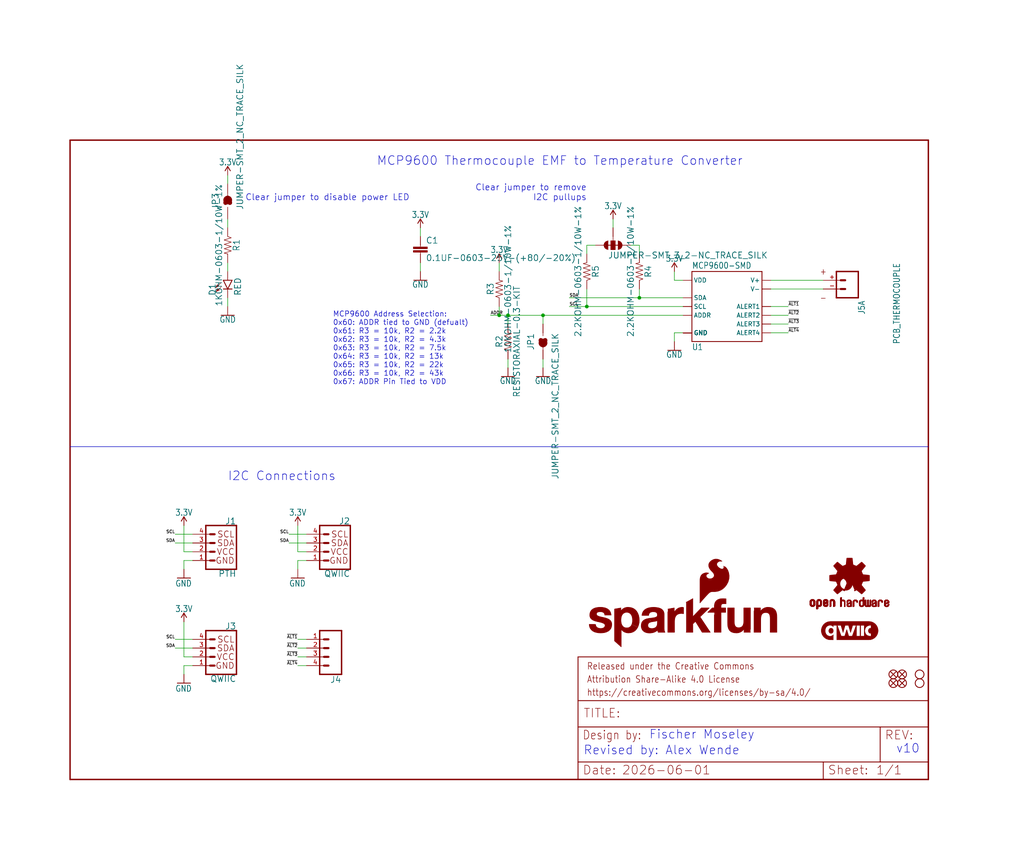
<source format=kicad_sch>
(kicad_sch (version 20230121) (generator eeschema)
  (paper "User" 297.002 245.974)
  (lib_symbols
    (symbol "SparkFun_Qwiic_Thermocouple_Amplifier_PCC-eagle-import:0.1UF-0603-25V-(+80/-20%)"
      (property "Reference" "C" (at 1.524 2.921 0))
      (symbol "0.1UF-0603-25V-(+80/-20%)_1_0"
        (pin passive line (at 0 5.08 270) (length 2.54) (name "1") (number "1"))
        (pin passive line (at 0 -2.54 90) (length 2.54) (name "2") (number "2"))
      )
    )
    (symbol "SparkFun_Qwiic_Thermocouple_Amplifier_PCC-eagle-import:10KOHM-0603-1/10W-1%"
      (property "Reference" "R" (at 0 1.524 0))
      (symbol "10KOHM-0603-1/10W-1%_1_0"
        (pin passive line (at -5.08 0 0) (length 2.54) (name "1") (number "1"))
        (pin passive line (at 5.08 0 180) (length 2.54) (name "2") (number "2"))
      )
    )
    (symbol "SparkFun_Qwiic_Thermocouple_Amplifier_PCC-eagle-import:1KOHM-0603-1/10W-1%"
      (property "Reference" "R" (at 0 1.524 0))
      (symbol "1KOHM-0603-1/10W-1%_1_0"
        (pin passive line (at -5.08 0 0) (length 2.54) (name "1") (number "1"))
        (pin passive line (at 5.08 0 180) (length 2.54) (name "2") (number "2"))
      )
    )
    (symbol "SparkFun_Qwiic_Thermocouple_Amplifier_PCC-eagle-import:2.2KOHM-0603-1/10W-1%"
      (property "Reference" "R" (at 0 1.524 0))
      (symbol "2.2KOHM-0603-1/10W-1%_1_0"
        (pin passive line (at -5.08 0 0) (length 2.54) (name "1") (number "1"))
        (pin passive line (at 5.08 0 180) (length 2.54) (name "2") (number "2"))
      )
    )
    (symbol "SparkFun_Qwiic_Thermocouple_Amplifier_PCC-eagle-import:CONN_041X04_NO_SILK"
      (property "Reference" "J" (at -5.08 8.128 0))
      (symbol "CONN_041X04_NO_SILK_1_0"
        (pin passive line (at 5.08 -2.54 180) (length 5.08) (name "1") (number "1"))
        (pin passive line (at 5.08 0 180) (length 5.08) (name "2") (number "2"))
        (pin passive line (at 5.08 2.54 180) (length 5.08) (name "3") (number "3"))
        (pin passive line (at 5.08 5.08 180) (length 5.08) (name "4") (number "4"))
      )
    )
    (symbol "SparkFun_Qwiic_Thermocouple_Amplifier_PCC-eagle-import:FIDUCIALUFIDUCIAL")
    (symbol "SparkFun_Qwiic_Thermocouple_Amplifier_PCC-eagle-import:FRAME-LETTER"
      (symbol "FRAME-LETTER_2_0"
        (text "${#}/${##}" (at 86.36 1.27 0) (effects (font (size 2.54 2.54)) (justify left bottom)))
        (text "${CURRENT_DATE}" (at 12.7 1.27 0) (effects (font (size 2.54 2.54)) (justify left bottom)))
        (text "${PROJECTNAME}" (at 15.494 17.78 0) (effects (font (size 2.7432 2.7432)) (justify left bottom)))
        (text "Attribution Share-Alike 4.0 License" (at 2.54 27.94 0) (effects (font (size 1.9304 1.6408)) (justify left bottom)))
        (text "Date:" (at 1.27 1.27 0) (effects (font (size 2.54 2.54)) (justify left bottom)))
        (text "Design by:" (at 1.27 11.43 0) (effects (font (size 2.54 2.159)) (justify left bottom)))
        (text "https://creativecommons.org/licenses/by-sa/4.0/" (at 2.54 24.13 0) (effects (font (size 1.9304 1.6408)) (justify left bottom)))
        (text "Released under the Creative Commons" (at 2.54 31.75 0) (effects (font (size 1.9304 1.6408)) (justify left bottom)))
        (text "REV:" (at 88.9 11.43 0) (effects (font (size 2.54 2.54)) (justify left bottom)))
        (text "Sheet:" (at 72.39 1.27 0) (effects (font (size 2.54 2.54)) (justify left bottom)))
        (text "TITLE:" (at 1.524 17.78 0) (effects (font (size 2.54 2.54)) (justify left bottom)))
      )
    )
    (symbol "SparkFun_Qwiic_Thermocouple_Amplifier_PCC-eagle-import:I2C_STANDARD_NO_SILK"
      (property "Reference" "J" (at -5.08 7.874 0))
      (symbol "I2C_STANDARD_NO_SILK_1_0"
        (text "GND" (at -4.572 -2.54 0) (effects (font (size 1.778 1.778)) (justify left)))
        (text "SCL" (at -4.572 5.08 0) (effects (font (size 1.778 1.778)) (justify left)))
        (text "SDA" (at -4.572 2.54 0) (effects (font (size 1.778 1.778)) (justify left)))
        (text "VCC" (at -4.572 0 0) (effects (font (size 1.778 1.778)) (justify left)))
        (pin power_in line (at 7.62 -2.54 180) (length 5.08) (name "1") (number "1"))
        (pin power_in line (at 7.62 0 180) (length 5.08) (name "2") (number "2"))
        (pin passive line (at 7.62 2.54 180) (length 5.08) (name "3") (number "3"))
        (pin passive line (at 7.62 5.08 180) (length 5.08) (name "4") (number "4"))
      )
    )
    (symbol "SparkFun_Qwiic_Thermocouple_Amplifier_PCC-eagle-import:JUMPER-SMT_2_NC_TRACE_SILK"
      (property "Reference" "JP" (at -2.54 2.54 0))
      (symbol "JUMPER-SMT_2_NC_TRACE_SILK_1_0"
        (pin passive line (at -5.08 0 0) (length 2.54) (name "1") (number "1"))
        (pin passive line (at 5.08 0 180) (length 2.54) (name "2") (number "2"))
      )
    )
    (symbol "SparkFun_Qwiic_Thermocouple_Amplifier_PCC-eagle-import:JUMPER-SMT_3_2-NC_TRACE_SILK"
      (property "Reference" "JP" (at 2.54 0.381 0))
      (symbol "JUMPER-SMT_3_2-NC_TRACE_SILK_1_0"
        (pin passive line (at 0 5.08 270) (length 2.54) (name "1") (number "1"))
        (pin passive line (at -5.08 0 0) (length 2.54) (name "2") (number "2"))
        (pin passive line (at 0 -5.08 90) (length 2.54) (name "3") (number "3"))
      )
    )
    (symbol "SparkFun_Qwiic_Thermocouple_Amplifier_PCC-eagle-import:LED-RED0603"
      (property "Reference" "D" (at -3.429 -4.572 90))
      (symbol "LED-RED0603_1_0"
        (pin passive line (at 0 2.54 270) (length 2.54) (name "A") (number "A"))
        (pin passive line (at 0 -5.08 90) (length 2.54) (name "C") (number "C"))
      )
    )
    (symbol "SparkFun_Qwiic_Thermocouple_Amplifier_PCC-eagle-import:MCP9600-SMD"
      (property "Reference" "U" (at -10.414 10.668 0))
      (symbol "MCP9600-SMD_1_0"
        (pin bidirectional line (at -12.7 -7.62 0) (length 2.54) (name "GND") (number "1"))
        (pin bidirectional line (at -12.7 -7.62 0) (length 2.54) (name "GND") (number "10"))
        (pin bidirectional line (at 12.7 0 180) (length 2.54) (name "ALERT1") (number "11"))
        (pin bidirectional line (at 12.7 -2.54 180) (length 2.54) (name "ALERT2") (number "12"))
        (pin bidirectional line (at -12.7 -7.62 0) (length 2.54) (name "GND") (number "13"))
        (pin bidirectional line (at 12.7 -5.08 180) (length 2.54) (name "ALERT3") (number "14"))
        (pin bidirectional line (at 12.7 -7.62 180) (length 2.54) (name "ALERT4") (number "15"))
        (pin bidirectional line (at -12.7 -2.54 0) (length 2.54) (name "ADDR") (number "16"))
        (pin bidirectional line (at -12.7 -7.62 0) (length 2.54) (name "GND") (number "17"))
        (pin bidirectional line (at -12.7 -7.62 0) (length 2.54) (name "GND") (number "18"))
        (pin bidirectional line (at -12.7 0 0) (length 2.54) (name "SCL") (number "19"))
        (pin bidirectional line (at 12.7 7.62 180) (length 2.54) (name "V+") (number "2"))
        (pin bidirectional line (at -12.7 2.54 0) (length 2.54) (name "SDA") (number "20"))
        (pin bidirectional line (at -12.7 -7.62 0) (length 2.54) (name "GND") (number "21"))
        (pin bidirectional line (at -12.7 -7.62 0) (length 2.54) (name "GND") (number "3"))
        (pin bidirectional line (at 12.7 5.08 180) (length 2.54) (name "V-") (number "4"))
        (pin bidirectional line (at -12.7 -7.62 0) (length 2.54) (name "GND") (number "5"))
        (pin bidirectional line (at -12.7 -7.62 0) (length 2.54) (name "GND") (number "6"))
        (pin bidirectional line (at -12.7 -7.62 0) (length 2.54) (name "GND") (number "7"))
        (pin bidirectional line (at -12.7 7.62 0) (length 2.54) (name "VDD") (number "8"))
        (pin bidirectional line (at -12.7 -7.62 0) (length 2.54) (name "GND") (number "9"))
      )
    )
    (symbol "SparkFun_Qwiic_Thermocouple_Amplifier_PCC-eagle-import:OSHW-LOGOMINI")
    (symbol "SparkFun_Qwiic_Thermocouple_Amplifier_PCC-eagle-import:PCB_THERMOCOUPLE"
      (property "Reference" "JP" (at -1.27 0 90))
      (symbol "PCB_THERMOCOUPLE_1_0"
        (text "+" (at 5.08 -5.08 0) (effects (font (size 1.778 1.5113))))
        (text "-" (at 5.08 2.54 0) (effects (font (size 1.778 1.5113))))
        (pin passive line (at 5.08 -2.54 180) (length 5.08) (name "+") (number "+"))
        (pin passive line (at 5.08 0 180) (length 5.08) (name "-") (number "-"))
      )
      (symbol "PCB_THERMOCOUPLE_2_0"
        (pin passive line (at 0 -2.54 90) (length 2.54) (name "1") (number "CLIP1"))
        (pin passive line (at 2.54 -2.54 90) (length 2.54) (name "2") (number "CLIP2"))
      )
    )
    (symbol "SparkFun_Qwiic_Thermocouple_Amplifier_PCC-eagle-import:QWIIC_CONNECTORJS-1MM"
      (property "Reference" "J" (at -5.08 7.874 0))
      (symbol "QWIIC_CONNECTORJS-1MM_1_0"
        (text "GND" (at -4.572 -2.54 0) (effects (font (size 1.778 1.778)) (justify left)))
        (text "SCL" (at -4.572 5.08 0) (effects (font (size 1.778 1.778)) (justify left)))
        (text "SDA" (at -4.572 2.54 0) (effects (font (size 1.778 1.778)) (justify left)))
        (text "VCC" (at -4.572 0 0) (effects (font (size 1.778 1.778)) (justify left)))
        (pin power_in line (at 7.62 -2.54 180) (length 5.08) (name "1") (number "1"))
        (pin power_in line (at 7.62 0 180) (length 5.08) (name "2") (number "2"))
        (pin passive line (at 7.62 2.54 180) (length 5.08) (name "3") (number "3"))
        (pin passive line (at 7.62 5.08 180) (length 5.08) (name "4") (number "4"))
      )
    )
    (symbol "SparkFun_Qwiic_Thermocouple_Amplifier_PCC-eagle-import:QWIIC_LOGO_5MM")
    (symbol "SparkFun_Qwiic_Thermocouple_Amplifier_PCC-eagle-import:RESISTORAXIAL-0.3-KIT"
      (property "Reference" "R" (at 0 1.524 0))
      (symbol "RESISTORAXIAL-0.3-KIT_1_0"
        (pin passive line (at -5.08 0 0) (length 2.54) (name "1") (number "P$1"))
        (pin passive line (at 5.08 0 180) (length 2.54) (name "2") (number "P$2"))
      )
    )
    (symbol "SparkFun_Qwiic_Thermocouple_Amplifier_PCC-eagle-import:SFE_LOGO_NAME_FLAME.1_INCH")
    (symbol "SparkFun_Qwiic_Thermocouple_Amplifier_PCC-eagle-import:STAND-OFF")
    (symbol "SparkFun_Qwiic_Thermocouple_Amplifier_PCC-eagle-import:SparkFun-PowerSymbols_3.3V" (power)
      (property "Value" "SparkFun-PowerSymbols_3.3V" (at 0 2.794 0))
      (symbol "SparkFun-PowerSymbols_3.3V_1_0"
        (pin power_in line (at 0 0 90) (length 2.54) (name "3.3V") (number "1"))
      )
    )
    (symbol "SparkFun_Qwiic_Thermocouple_Amplifier_PCC-eagle-import:SparkFun-PowerSymbols_GND" (power)
      (property "Value" "SparkFun-PowerSymbols_GND" (at 0 -0.254 0))
      (symbol "SparkFun-PowerSymbols_GND_1_0"
        (pin power_in line (at 0 2.54 270) (length 2.54) (name "GND") (number "1"))
      )
    )
    (symbol "SparkFun_Qwiic_Thermocouple_Amplifier_PCC-eagle-import:SparkFun_GND" (power)
      (property "Value" "SparkFun_GND" (at -2.54 -2.54 0))
      (symbol "SparkFun_GND_1_0"
        (pin power_in line (at 0 2.54 270) (length 2.54) (name "GND") (number "1"))
      )
    )
  )
  (junction (at 170.18 88.9))
  (junction (at 147.32 91.44))
  (junction (at 185.42 86.36))
  (junction (at 157.48 91.44))
  (junction (at 144.78 91.44))
  (wire (pts (xy 223.52 96.52) (xy 228.6 96.52)) (stroke (width 0.1524)))
  (wire (pts (xy 53.34 152.4) (xy 53.34 160.02)) (stroke (width 0.1524)))
  (wire (pts (xy 223.52 81.28) (xy 238.76 81.28)) (stroke (width 0.1524)))
  (wire (pts (xy 185.42 86.36) (xy 198.12 86.36)) (stroke (width 0.1524)))
  (wire (pts (xy 83.82 157.48) (xy 88.9 157.48)) (stroke (width 0.1524)))
  (wire (pts (xy 88.9 187.96) (xy 86.36 187.96)) (stroke (width 0.1524)))
  (wire (pts (xy 121.92 68.58) (xy 121.92 66.04)) (stroke (width 0.1524)))
  (wire (pts (xy 147.32 104.14) (xy 147.32 106.68)) (stroke (width 0.1524)))
  (wire (pts (xy 53.34 180.34) (xy 53.34 190.5)) (stroke (width 0.1524)))
  (wire (pts (xy 165.1 86.36) (xy 185.42 86.36)) (stroke (width 0.1524)))
  (wire (pts (xy 157.48 104.14) (xy 157.48 106.68)) (stroke (width 0.1524)))
  (wire (pts (xy 185.42 86.36) (xy 185.42 83.82)) (stroke (width 0.1524)))
  (wire (pts (xy 53.34 165.1) (xy 53.34 162.56)) (stroke (width 0.1524)))
  (wire (pts (xy 147.32 91.44) (xy 147.32 93.98)) (stroke (width 0.1524)))
  (wire (pts (xy 53.34 193.04) (xy 55.88 193.04)) (stroke (width 0.1524)))
  (wire (pts (xy 66.04 86.36) (xy 66.04 88.9)) (stroke (width 0.1524)))
  (wire (pts (xy 157.48 91.44) (xy 198.12 91.44)) (stroke (width 0.1524)))
  (wire (pts (xy 157.48 91.44) (xy 147.32 91.44)) (stroke (width 0.1524)))
  (wire (pts (xy 88.9 193.04) (xy 86.36 193.04)) (stroke (width 0.1524)))
  (wire (pts (xy 55.88 154.94) (xy 50.8 154.94)) (stroke (width 0.1524)))
  (wire (pts (xy 86.36 165.1) (xy 86.36 162.56)) (stroke (width 0.1524)))
  (wire (pts (xy 185.42 73.66) (xy 185.42 71.12)) (stroke (width 0.1524)))
  (wire (pts (xy 83.82 154.94) (xy 88.9 154.94)) (stroke (width 0.1524)))
  (wire (pts (xy 86.36 160.02) (xy 88.9 160.02)) (stroke (width 0.1524)))
  (wire (pts (xy 165.1 88.9) (xy 170.18 88.9)) (stroke (width 0.1524)))
  (wire (pts (xy 177.8 66.04) (xy 177.8 63.5)) (stroke (width 0.1524)))
  (wire (pts (xy 86.36 162.56) (xy 88.9 162.56)) (stroke (width 0.1524)))
  (wire (pts (xy 53.34 190.5) (xy 55.88 190.5)) (stroke (width 0.1524)))
  (wire (pts (xy 53.34 195.58) (xy 53.34 193.04)) (stroke (width 0.1524)))
  (wire (pts (xy 144.78 76.2) (xy 144.78 78.74)) (stroke (width 0.1524)))
  (wire (pts (xy 144.78 91.44) (xy 147.32 91.44)) (stroke (width 0.1524)))
  (wire (pts (xy 172.72 71.12) (xy 170.18 71.12)) (stroke (width 0.1524)))
  (wire (pts (xy 223.52 83.82) (xy 238.76 83.82)) (stroke (width 0.1524)))
  (wire (pts (xy 88.9 190.5) (xy 86.36 190.5)) (stroke (width 0.1524)))
  (wire (pts (xy 66.04 63.5) (xy 66.04 66.04)) (stroke (width 0.1524)))
  (wire (pts (xy 144.78 91.44) (xy 142.24 91.44)) (stroke (width 0.1524)))
  (wire (pts (xy 55.88 187.96) (xy 50.8 187.96)) (stroke (width 0.1524)))
  (polyline (pts (xy 20.32 129.54) (xy 269.24 129.54)) (stroke (width 0.1524) (type solid)))
  (wire (pts (xy 53.34 160.02) (xy 55.88 160.02)) (stroke (width 0.1524)))
  (wire (pts (xy 223.52 88.9) (xy 228.6 88.9)) (stroke (width 0.1524)))
  (wire (pts (xy 66.04 76.2) (xy 66.04 78.74)) (stroke (width 0.1524)))
  (wire (pts (xy 195.58 96.52) (xy 198.12 96.52)) (stroke (width 0.1524)))
  (wire (pts (xy 88.9 185.42) (xy 86.36 185.42)) (stroke (width 0.1524)))
  (wire (pts (xy 223.52 93.98) (xy 228.6 93.98)) (stroke (width 0.1524)))
  (wire (pts (xy 185.42 71.12) (xy 182.88 71.12)) (stroke (width 0.1524)))
  (wire (pts (xy 50.8 157.48) (xy 55.88 157.48)) (stroke (width 0.1524)))
  (wire (pts (xy 195.58 78.74) (xy 195.58 81.28)) (stroke (width 0.1524)))
  (wire (pts (xy 195.58 81.28) (xy 198.12 81.28)) (stroke (width 0.1524)))
  (wire (pts (xy 157.48 93.98) (xy 157.48 91.44)) (stroke (width 0.1524)))
  (wire (pts (xy 50.8 185.42) (xy 55.88 185.42)) (stroke (width 0.1524)))
  (wire (pts (xy 170.18 73.66) (xy 170.18 71.12)) (stroke (width 0.1524)))
  (wire (pts (xy 121.92 76.2) (xy 121.92 78.74)) (stroke (width 0.1524)))
  (wire (pts (xy 170.18 88.9) (xy 170.18 83.82)) (stroke (width 0.1524)))
  (wire (pts (xy 170.18 88.9) (xy 198.12 88.9)) (stroke (width 0.1524)))
  (wire (pts (xy 195.58 99.06) (xy 195.58 96.52)) (stroke (width 0.1524)))
  (wire (pts (xy 223.52 91.44) (xy 228.6 91.44)) (stroke (width 0.1524)))
  (wire (pts (xy 66.04 53.34) (xy 66.04 50.8)) (stroke (width 0.1524)))
  (wire (pts (xy 86.36 152.4) (xy 86.36 160.02)) (stroke (width 0.1524)))
  (wire (pts (xy 53.34 162.56) (xy 55.88 162.56)) (stroke (width 0.1524)))
  (wire (pts (xy 144.78 88.9) (xy 144.78 91.44)) (stroke (width 0.1524)))
  (text "MCP9600 Thermocouple EMF to Temperature Converter" (at 109.22 48.26 0) (effects (font (size 2.54 2.54)) (justify left bottom)))
  (text "I2C Connections" (at 66.04 139.7 0) (effects (font (size 2.54 2.54)) (justify left bottom)))
  (text "Revised by: Alex Wende" (at 169.164 219.202 0) (effects (font (size 2.54 2.54)) (justify left bottom)))
  (text "MCP9600 Address Selection:\n0x60: ADDR tied to GND (defualt)\n0x61: R3 = 10k, R2 = 2.2k\n0x62: R3 = 10k, R2 = 4.3k\n0x63: R3 = 10k, R2 = 7.5k\n0x64: R3 = 10k, R2 = 13k\n0x65: R3 = 10k, R2 = 22k\n0x66: R3 = 10k, R2 = 43k\n0x67: ADDR Pin Tied to VDD" (at 96.52 111.76 0) (effects (font (size 1.524 1.524)) (justify left bottom)))
  (text "Clear jumper to disable power LED" (at 71.12 58.42 0) (effects (font (size 1.778 1.778)) (justify left bottom)))
  (text "Clear jumper to remove\nI2C pullups" (at 170.18 58.42 0) (effects (font (size 1.778 1.778)) (justify right bottom)))
  (text "Fischer Moseley" (at 188.214 214.63 0) (effects (font (size 2.54 2.54)) (justify left bottom)))
  (text "v10" (at 259.842 218.694 0) (effects (font (size 2.54 2.54)) (justify left bottom)))
  (label "ADDR" (at 142.24 91.44 0) (effects (font (size 0.889 0.889))))
  (label "~{ALT2}" (at 228.6 91.44 0) (effects (font (size 0.889 0.889))))
  (label "~{ALT4}" (at 228.6 96.52 0) (effects (font (size 0.889 0.889))))
  (label "SDA" (at 83.82 157.48 180) (effects (font (size 0.889 0.889))))
  (label "~{ALT1}" (at 228.6 88.9 0) (effects (font (size 0.889 0.889))))
  (label "SCL" (at 83.82 154.94 180) (effects (font (size 0.889 0.889))))
  (label "~{ALT2}" (at 86.36 187.96 180) (effects (font (size 0.889 0.889))))
  (label "~{ALT4}" (at 86.36 193.04 180) (effects (font (size 0.889 0.889))))
  (label "SCL" (at 165.1 88.9 0) (effects (font (size 0.889 0.889))))
  (label "~{ALT3}" (at 86.36 190.5 180) (effects (font (size 0.889 0.889))))
  (label "~{ALT3}" (at 228.6 93.98 0) (effects (font (size 0.889 0.889))))
  (label "SDA" (at 165.1 86.36 0) (effects (font (size 0.889 0.889))))
  (label "SCL" (at 50.8 185.42 180) (effects (font (size 0.889 0.889))))
  (label "~{ALT1}" (at 86.36 185.42 180) (effects (font (size 0.889 0.889))))
  (label "SDA" (at 50.8 187.96 180) (effects (font (size 0.889 0.889))))
  (label "SCL" (at 50.8 154.94 180) (effects (font (size 0.889 0.889))))
  (label "SDA" (at 50.8 157.48 180) (effects (font (size 0.889 0.889))))
  (symbol (lib_id "SparkFun_Qwiic_Thermocouple_Amplifier_PCC-eagle-import:SparkFun_GND") (at 53.34 198.12 0) (unit 1)
    (property "Reference" "#GND6" (effects hide))
    (property "Value" "GND" (at 50.8 200.66 0) (effects (font (size 1.778 1.5113)) (justify left bottom)))
  )
  (symbol (lib_id "SparkFun_Qwiic_Thermocouple_Amplifier_PCC-eagle-import:2.2KOHM-0603-1/10W-1%") (at 170.18 78.74 270) (mirror x) (unit 1)
    (property "Reference" "R5" (at 171.704 78.74 0) (effects (font (size 1.778 1.778)) (justify bottom)))
    (property "Value" "2.2KOHM-0603-1/10W-1%" (at 168.656 78.74 0) (effects (font (size 1.778 1.778)) (justify top)))
    (property "Footprint" "SparkFun_Qwiic_Thermocouple_Amplifier_PCC:0603" (effects hide))
  )
  (symbol (lib_id "SparkFun_Qwiic_Thermocouple_Amplifier_PCC-eagle-import:SparkFun-PowerSymbols_3.3V") (at 86.36 152.4 0) (unit 1)
    (property "Reference" "#SUPPLY7" (effects hide))
    (property "Value" "3.3V" (at 86.36 149.606 0) (effects (font (size 1.778 1.5113)) (justify bottom)))
  )
  (symbol (lib_id "SparkFun_Qwiic_Thermocouple_Amplifier_PCC-eagle-import:SparkFun-PowerSymbols_3.3V") (at 144.78 76.2 0) (mirror y) (unit 1)
    (property "Reference" "#SUPPLY2" (effects hide))
    (property "Value" "3.3V" (at 144.78 73.406 0) (effects (font (size 1.778 1.5113)) (justify bottom)))
  )
  (symbol (lib_id "SparkFun_Qwiic_Thermocouple_Amplifier_PCC-eagle-import:FRAME-LETTER") (at 167.64 226.06 0) (unit 2)
    (property "Reference" "FRAME1" (effects hide))
    (property "Value" "FRAME-LETTER" (effects hide))
    (property "Footprint" "SparkFun_Qwiic_Thermocouple_Amplifier_PCC:CREATIVE_COMMONS" (effects hide))
  )
  (symbol (lib_id "SparkFun_Qwiic_Thermocouple_Amplifier_PCC-eagle-import:JUMPER-SMT_3_2-NC_TRACE_SILK") (at 177.8 71.12 90) (mirror x) (unit 1)
    (property "Reference" "JP2" (effects hide))
    (property "Value" "JUMPER-SMT_3_2-NC_TRACE_SILK" (at 176.276 75.057 90) (effects (font (size 1.778 1.778)) (justify right bottom)))
    (property "Footprint" "SparkFun_Qwiic_Thermocouple_Amplifier_PCC:SMT-JUMPER_3_2-NC_TRACE_SILK" (effects hide))
  )
  (symbol (lib_id "SparkFun_Qwiic_Thermocouple_Amplifier_PCC-eagle-import:FIDUCIALUFIDUCIAL") (at 261.62 198.12 0) (unit 1)
    (property "Reference" "FD2" (effects hide))
    (property "Value" "FIDUCIALUFIDUCIAL" (effects hide))
    (property "Footprint" "SparkFun_Qwiic_Thermocouple_Amplifier_PCC:FIDUCIAL-MICRO" (effects hide))
  )
  (symbol (lib_id "SparkFun_Qwiic_Thermocouple_Amplifier_PCC-eagle-import:MCP9600-SMD") (at 210.82 88.9 0) (unit 1)
    (property "Reference" "U1" (at 200.66 101.6 0) (effects (font (size 1.778 1.5113)) (justify left bottom)))
    (property "Value" "MCP9600-SMD" (at 200.66 77.978 0) (effects (font (size 1.778 1.5113)) (justify left bottom)))
    (property "Footprint" "SparkFun_Qwiic_Thermocouple_Amplifier_PCC:MQFN-20" (effects hide))
  )
  (symbol (lib_id "SparkFun_Qwiic_Thermocouple_Amplifier_PCC-eagle-import:SparkFun-PowerSymbols_GND") (at 121.92 81.28 0) (unit 1)
    (property "Reference" "#GND4" (effects hide))
    (property "Value" "GND" (at 121.92 81.534 0) (effects (font (size 1.778 1.5113)) (justify top)))
  )
  (symbol (lib_id "SparkFun_Qwiic_Thermocouple_Amplifier_PCC-eagle-import:2.2KOHM-0603-1/10W-1%") (at 185.42 78.74 270) (mirror x) (unit 1)
    (property "Reference" "R4" (at 186.944 78.74 0) (effects (font (size 1.778 1.778)) (justify bottom)))
    (property "Value" "2.2KOHM-0603-1/10W-1%" (at 183.896 78.74 0) (effects (font (size 1.778 1.778)) (justify top)))
    (property "Footprint" "SparkFun_Qwiic_Thermocouple_Amplifier_PCC:0603" (effects hide))
  )
  (symbol (lib_id "SparkFun_Qwiic_Thermocouple_Amplifier_PCC-eagle-import:1KOHM-0603-1/10W-1%") (at 66.04 71.12 270) (unit 1)
    (property "Reference" "R1" (at 67.564 71.12 0) (effects (font (size 1.778 1.778)) (justify bottom)))
    (property "Value" "1KOHM-0603-1/10W-1%" (at 64.516 71.12 0) (effects (font (size 1.778 1.778)) (justify top)))
    (property "Footprint" "SparkFun_Qwiic_Thermocouple_Amplifier_PCC:0603" (effects hide))
  )
  (symbol (lib_id "SparkFun_Qwiic_Thermocouple_Amplifier_PCC-eagle-import:QWIIC_CONNECTORJS-1MM") (at 96.52 160.02 0) (mirror y) (unit 1)
    (property "Reference" "J2" (at 101.6 152.146 0) (effects (font (size 1.778 1.778)) (justify left bottom)))
    (property "Value" "QWIIC" (at 101.6 165.354 0) (effects (font (size 1.778 1.778)) (justify left top)))
    (property "Footprint" "SparkFun_Qwiic_Thermocouple_Amplifier_PCC:JST04_1MM_RA" (effects hide))
  )
  (symbol (lib_id "SparkFun_Qwiic_Thermocouple_Amplifier_PCC-eagle-import:FIDUCIALUFIDUCIAL") (at 259.08 198.12 0) (unit 1)
    (property "Reference" "FD3" (effects hide))
    (property "Value" "FIDUCIALUFIDUCIAL" (effects hide))
    (property "Footprint" "SparkFun_Qwiic_Thermocouple_Amplifier_PCC:FIDUCIAL-MICRO" (effects hide))
  )
  (symbol (lib_id "SparkFun_Qwiic_Thermocouple_Amplifier_PCC-eagle-import:STAND-OFF") (at 266.7 198.12 0) (unit 1)
    (property "Reference" "JP9" (effects hide))
    (property "Value" "STAND-OFF" (effects hide))
    (property "Footprint" "SparkFun_Qwiic_Thermocouple_Amplifier_PCC:STAND-OFF" (effects hide))
  )
  (symbol (lib_id "SparkFun_Qwiic_Thermocouple_Amplifier_PCC-eagle-import:RESISTORAXIAL-0.3-KIT") (at 147.32 99.06 90) (unit 1)
    (property "Reference" "R2" (at 145.796 99.06 0) (effects (font (size 1.778 1.778)) (justify bottom)))
    (property "Value" "RESISTORAXIAL-0.3-KIT" (at 148.844 99.06 0) (effects (font (size 1.778 1.778)) (justify top)))
    (property "Footprint" "SparkFun_Qwiic_Thermocouple_Amplifier_PCC:AXIAL-0.3-KIT" (effects hide))
  )
  (symbol (lib_id "SparkFun_Qwiic_Thermocouple_Amplifier_PCC-eagle-import:CONN_041X04_NO_SILK") (at 93.98 187.96 180) (unit 1)
    (property "Reference" "J4" (at 99.06 196.088 0) (effects (font (size 1.778 1.778)) (justify left bottom)))
    (property "Value" "CONN_041X04_NO_SILK" (effects hide))
    (property "Footprint" "SparkFun_Qwiic_Thermocouple_Amplifier_PCC:1X04_NO_SILK" (effects hide))
  )
  (symbol (lib_id "SparkFun_Qwiic_Thermocouple_Amplifier_PCC-eagle-import:0.1UF-0603-25V-(+80/-20%)") (at 121.92 73.66 0) (unit 1)
    (property "Reference" "C1" (at 123.444 70.739 0) (effects (font (size 1.778 1.778)) (justify left bottom)))
    (property "Value" "0.1UF-0603-25V-(+80/-20%)" (at 123.444 75.819 0) (effects (font (size 1.778 1.778)) (justify left bottom)))
    (property "Footprint" "SparkFun_Qwiic_Thermocouple_Amplifier_PCC:0603" (effects hide))
  )
  (symbol (lib_id "SparkFun_Qwiic_Thermocouple_Amplifier_PCC-eagle-import:SFE_LOGO_NAME_FLAME.1_INCH") (at 170.18 187.96 0) (unit 1)
    (property "Reference" "LOGO2" (effects hide))
    (property "Value" "SFE_LOGO_NAME_FLAME.1_INCH" (effects hide))
    (property "Footprint" "SparkFun_Qwiic_Thermocouple_Amplifier_PCC:SFE_LOGO_NAME_FLAME_.1" (effects hide))
  )
  (symbol (lib_id "SparkFun_Qwiic_Thermocouple_Amplifier_PCC-eagle-import:SparkFun_GND") (at 53.34 167.64 0) (unit 1)
    (property "Reference" "#GND5" (effects hide))
    (property "Value" "GND" (at 50.8 170.18 0) (effects (font (size 1.778 1.5113)) (justify left bottom)))
  )
  (symbol (lib_id "SparkFun_Qwiic_Thermocouple_Amplifier_PCC-eagle-import:SparkFun-PowerSymbols_3.3V") (at 195.58 78.74 0) (unit 1)
    (property "Reference" "#SUPPLY6" (effects hide))
    (property "Value" "3.3V" (at 195.58 75.946 0) (effects (font (size 1.778 1.5113)) (justify bottom)))
  )
  (symbol (lib_id "SparkFun_Qwiic_Thermocouple_Amplifier_PCC-eagle-import:QWIIC_CONNECTORJS-1MM") (at 63.5 190.5 0) (mirror y) (unit 1)
    (property "Reference" "J3" (at 68.58 182.626 0) (effects (font (size 1.778 1.778)) (justify left bottom)))
    (property "Value" "QWIIC" (at 68.58 195.834 0) (effects (font (size 1.778 1.778)) (justify left top)))
    (property "Footprint" "SparkFun_Qwiic_Thermocouple_Amplifier_PCC:JST04_1MM_RA" (effects hide))
  )
  (symbol (lib_id "SparkFun_Qwiic_Thermocouple_Amplifier_PCC-eagle-import:SparkFun-PowerSymbols_GND") (at 147.32 109.22 0) (mirror y) (unit 1)
    (property "Reference" "#GND3" (effects hide))
    (property "Value" "GND" (at 147.32 109.474 0) (effects (font (size 1.778 1.5113)) (justify top)))
  )
  (symbol (lib_id "SparkFun_Qwiic_Thermocouple_Amplifier_PCC-eagle-import:SparkFun-PowerSymbols_GND") (at 66.04 91.44 0) (unit 1)
    (property "Reference" "#GND1" (effects hide))
    (property "Value" "GND" (at 66.04 91.694 0) (effects (font (size 1.778 1.5113)) (justify top)))
  )
  (symbol (lib_id "SparkFun_Qwiic_Thermocouple_Amplifier_PCC-eagle-import:SparkFun-PowerSymbols_3.3V") (at 121.92 66.04 0) (unit 1)
    (property "Reference" "#SUPPLY5" (effects hide))
    (property "Value" "3.3V" (at 121.92 63.246 0) (effects (font (size 1.778 1.5113)) (justify bottom)))
  )
  (symbol (lib_id "SparkFun_Qwiic_Thermocouple_Amplifier_PCC-eagle-import:SparkFun-PowerSymbols_3.3V") (at 66.04 50.8 0) (unit 1)
    (property "Reference" "#SUPPLY1" (effects hide))
    (property "Value" "3.3V" (at 66.04 48.006 0) (effects (font (size 1.778 1.5113)) (justify bottom)))
  )
  (symbol (lib_id "SparkFun_Qwiic_Thermocouple_Amplifier_PCC-eagle-import:SparkFun-PowerSymbols_3.3V") (at 53.34 152.4 0) (unit 1)
    (property "Reference" "#SUPPLY3" (effects hide))
    (property "Value" "3.3V" (at 53.34 149.606 0) (effects (font (size 1.778 1.5113)) (justify bottom)))
  )
  (symbol (lib_id "SparkFun_Qwiic_Thermocouple_Amplifier_PCC-eagle-import:LED-RED0603") (at 66.04 81.28 0) (unit 1)
    (property "Reference" "D1" (at 62.611 85.852 90) (effects (font (size 1.778 1.778)) (justify left bottom)))
    (property "Value" "RED" (at 67.945 85.852 90) (effects (font (size 1.778 1.778)) (justify left top)))
    (property "Footprint" "SparkFun_Qwiic_Thermocouple_Amplifier_PCC:LED-0603" (effects hide))
  )
  (symbol (lib_id "SparkFun_Qwiic_Thermocouple_Amplifier_PCC-eagle-import:SparkFun-PowerSymbols_3.3V") (at 53.34 180.34 0) (unit 1)
    (property "Reference" "#SUPPLY4" (effects hide))
    (property "Value" "3.3V" (at 53.34 177.546 0) (effects (font (size 1.778 1.5113)) (justify bottom)))
  )
  (symbol (lib_id "SparkFun_Qwiic_Thermocouple_Amplifier_PCC-eagle-import:SparkFun-PowerSymbols_GND") (at 157.48 109.22 0) (mirror y) (unit 1)
    (property "Reference" "#GND8" (effects hide))
    (property "Value" "GND" (at 157.48 109.474 0) (effects (font (size 1.778 1.5113)) (justify top)))
  )
  (symbol (lib_id "SparkFun_Qwiic_Thermocouple_Amplifier_PCC-eagle-import:FIDUCIALUFIDUCIAL") (at 259.08 195.58 0) (unit 1)
    (property "Reference" "FD4" (effects hide))
    (property "Value" "FIDUCIALUFIDUCIAL" (effects hide))
    (property "Footprint" "SparkFun_Qwiic_Thermocouple_Amplifier_PCC:FIDUCIAL-MICRO" (effects hide))
  )
  (symbol (lib_id "SparkFun_Qwiic_Thermocouple_Amplifier_PCC-eagle-import:SparkFun_GND") (at 86.36 167.64 0) (unit 1)
    (property "Reference" "#GND7" (effects hide))
    (property "Value" "GND" (at 83.82 170.18 0) (effects (font (size 1.778 1.5113)) (justify left bottom)))
  )
  (symbol (lib_id "SparkFun_Qwiic_Thermocouple_Amplifier_PCC-eagle-import:PCB_THERMOCOUPLE") (at 243.84 83.82 180) (unit 1)
    (property "Reference" "J5" (at 248.92 87.122 90) (effects (font (size 1.778 1.5113)) (justify left bottom)))
    (property "Value" "PCB_THERMOCOUPLE" (at 259.08 76.2 90) (effects (font (size 1.778 1.5113)) (justify left bottom)))
    (property "Footprint" "SparkFun_Qwiic_Thermocouple_Amplifier_PCC:PCC-SMP" (effects hide))
  )
  (symbol (lib_id "SparkFun_Qwiic_Thermocouple_Amplifier_PCC-eagle-import:QWIIC_LOGO_5MM") (at 246.38 182.88 0) (unit 1)
    (property "Reference" "LOGO3" (effects hide))
    (property "Value" "QWIIC_LOGO_5MM" (effects hide))
    (property "Footprint" "SparkFun_Qwiic_Thermocouple_Amplifier_PCC:QWIIC_5MM" (effects hide))
  )
  (symbol (lib_id "SparkFun_Qwiic_Thermocouple_Amplifier_PCC-eagle-import:I2C_STANDARD_NO_SILK") (at 63.5 160.02 0) (mirror y) (unit 1)
    (property "Reference" "J1" (at 68.58 152.146 0) (effects (font (size 1.778 1.778)) (justify left bottom)))
    (property "Value" "PTH" (at 68.58 165.354 0) (effects (font (size 1.778 1.778)) (justify left top)))
    (property "Footprint" "SparkFun_Qwiic_Thermocouple_Amplifier_PCC:1X04_NO_SILK" (effects hide))
  )
  (symbol (lib_id "SparkFun_Qwiic_Thermocouple_Amplifier_PCC-eagle-import:SparkFun-PowerSymbols_3.3V") (at 177.8 63.5 0) (mirror y) (unit 1)
    (property "Reference" "#SUPPLY9" (effects hide))
    (property "Value" "3.3V" (at 177.8 60.706 0) (effects (font (size 1.778 1.5113)) (justify bottom)))
  )
  (symbol (lib_id "SparkFun_Qwiic_Thermocouple_Amplifier_PCC-eagle-import:JUMPER-SMT_2_NC_TRACE_SILK") (at 157.48 99.06 90) (mirror x) (unit 1)
    (property "Reference" "JP1" (at 154.94 96.52 0) (effects (font (size 1.778 1.778)) (justify left bottom)))
    (property "Value" "JUMPER-SMT_2_NC_TRACE_SILK" (at 160.02 96.52 0) (effects (font (size 1.778 1.778)) (justify left top)))
    (property "Footprint" "SparkFun_Qwiic_Thermocouple_Amplifier_PCC:SMT-JUMPER_2_NC_TRACE_SILK" (effects hide))
  )
  (symbol (lib_id "SparkFun_Qwiic_Thermocouple_Amplifier_PCC-eagle-import:JUMPER-SMT_2_NC_TRACE_SILK") (at 66.04 58.42 90) (unit 1)
    (property "Reference" "JP3" (at 63.5 60.96 0) (effects (font (size 1.778 1.778)) (justify left bottom)))
    (property "Value" "JUMPER-SMT_2_NC_TRACE_SILK" (at 68.58 60.96 0) (effects (font (size 1.778 1.778)) (justify left top)))
    (property "Footprint" "SparkFun_Qwiic_Thermocouple_Amplifier_PCC:SMT-JUMPER_2_NC_TRACE_SILK" (effects hide))
  )
  (symbol (lib_id "SparkFun_Qwiic_Thermocouple_Amplifier_PCC-eagle-import:FRAME-LETTER") (at 20.32 226.06 0) (unit 1)
    (property "Reference" "FRAME1" (effects hide))
    (property "Value" "FRAME-LETTER" (effects hide))
    (property "Footprint" "SparkFun_Qwiic_Thermocouple_Amplifier_PCC:CREATIVE_COMMONS" (effects hide))
  )
  (symbol (lib_id "SparkFun_Qwiic_Thermocouple_Amplifier_PCC-eagle-import:10KOHM-0603-1/10W-1%") (at 144.78 83.82 90) (unit 1)
    (property "Reference" "R3" (at 143.256 83.82 0) (effects (font (size 1.778 1.778)) (justify bottom)))
    (property "Value" "10KOHM-0603-1/10W-1%" (at 146.304 83.82 0) (effects (font (size 1.778 1.778)) (justify top)))
    (property "Footprint" "SparkFun_Qwiic_Thermocouple_Amplifier_PCC:0603" (effects hide))
  )
  (symbol (lib_id "SparkFun_Qwiic_Thermocouple_Amplifier_PCC-eagle-import:FIDUCIALUFIDUCIAL") (at 261.62 195.58 0) (unit 1)
    (property "Reference" "FD1" (effects hide))
    (property "Value" "FIDUCIALUFIDUCIAL" (effects hide))
    (property "Footprint" "SparkFun_Qwiic_Thermocouple_Amplifier_PCC:FIDUCIAL-MICRO" (effects hide))
  )
  (symbol (lib_id "SparkFun_Qwiic_Thermocouple_Amplifier_PCC-eagle-import:SparkFun-PowerSymbols_GND") (at 195.58 101.6 0) (unit 1)
    (property "Reference" "#GND2" (effects hide))
    (property "Value" "GND" (at 195.58 101.854 0) (effects (font (size 1.778 1.5113)) (justify top)))
  )
  (symbol (lib_id "SparkFun_Qwiic_Thermocouple_Amplifier_PCC-eagle-import:STAND-OFF") (at 266.7 195.58 0) (unit 1)
    (property "Reference" "JP8" (effects hide))
    (property "Value" "STAND-OFF" (effects hide))
    (property "Footprint" "SparkFun_Qwiic_Thermocouple_Amplifier_PCC:STAND-OFF" (effects hide))
  )
  (symbol (lib_id "SparkFun_Qwiic_Thermocouple_Amplifier_PCC-eagle-import:OSHW-LOGOMINI") (at 246.38 167.64 0) (unit 1)
    (property "Reference" "LOGO1" (effects hide))
    (property "Value" "OSHW-LOGOMINI" (effects hide))
    (property "Footprint" "SparkFun_Qwiic_Thermocouple_Amplifier_PCC:OSHW-LOGO-MINI" (effects hide))
  )
)
</source>
